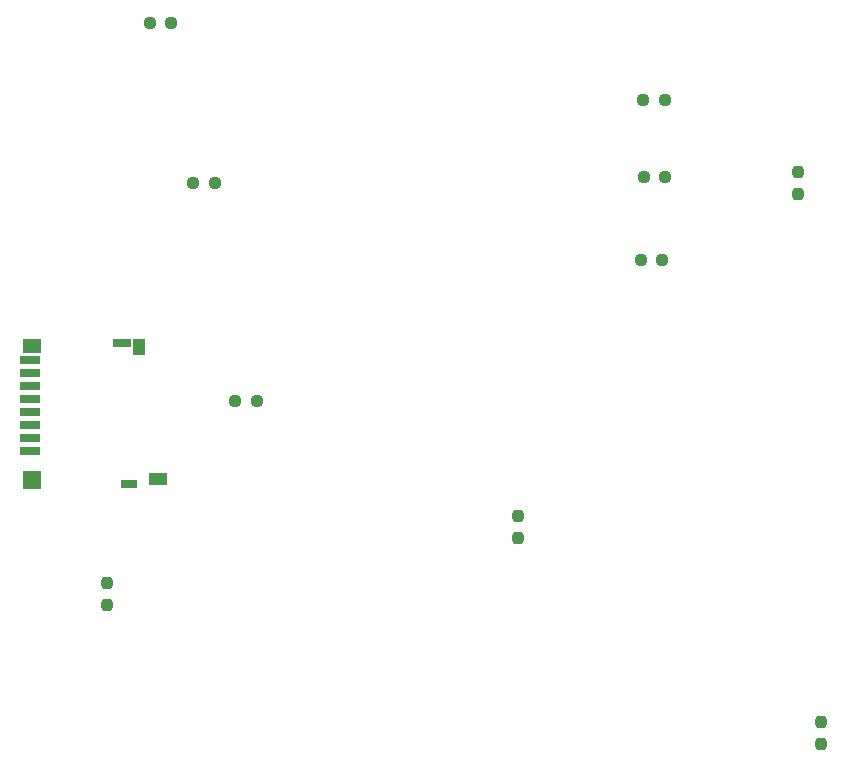
<source format=gbr>
%TF.GenerationSoftware,KiCad,Pcbnew,8.0.6-8.0.6-0~ubuntu24.04.1*%
%TF.CreationDate,2024-11-15T18:56:05-05:00*%
%TF.ProjectId,sweet-p,73776565-742d-4702-9e6b-696361645f70,rev?*%
%TF.SameCoordinates,Original*%
%TF.FileFunction,Paste,Top*%
%TF.FilePolarity,Positive*%
%FSLAX46Y46*%
G04 Gerber Fmt 4.6, Leading zero omitted, Abs format (unit mm)*
G04 Created by KiCad (PCBNEW 8.0.6-8.0.6-0~ubuntu24.04.1) date 2024-11-15 18:56:05*
%MOMM*%
%LPD*%
G01*
G04 APERTURE LIST*
G04 Aperture macros list*
%AMRoundRect*
0 Rectangle with rounded corners*
0 $1 Rounding radius*
0 $2 $3 $4 $5 $6 $7 $8 $9 X,Y pos of 4 corners*
0 Add a 4 corners polygon primitive as box body*
4,1,4,$2,$3,$4,$5,$6,$7,$8,$9,$2,$3,0*
0 Add four circle primitives for the rounded corners*
1,1,$1+$1,$2,$3*
1,1,$1+$1,$4,$5*
1,1,$1+$1,$6,$7*
1,1,$1+$1,$8,$9*
0 Add four rect primitives between the rounded corners*
20,1,$1+$1,$2,$3,$4,$5,0*
20,1,$1+$1,$4,$5,$6,$7,0*
20,1,$1+$1,$6,$7,$8,$9,0*
20,1,$1+$1,$8,$9,$2,$3,0*%
G04 Aperture macros list end*
%ADD10RoundRect,0.237500X-0.237500X0.250000X-0.237500X-0.250000X0.237500X-0.250000X0.237500X0.250000X0*%
%ADD11RoundRect,0.237500X0.237500X-0.250000X0.237500X0.250000X-0.237500X0.250000X-0.237500X-0.250000X0*%
%ADD12R,1.750000X0.700000*%
%ADD13R,1.500000X1.300000*%
%ADD14R,1.500000X0.800000*%
%ADD15R,1.400000X0.800000*%
%ADD16R,1.500000X1.500000*%
%ADD17R,1.550000X1.000000*%
%ADD18R,1.000000X1.450000*%
%ADD19RoundRect,0.237500X0.250000X0.237500X-0.250000X0.237500X-0.250000X-0.237500X0.250000X-0.237500X0*%
%ADD20RoundRect,0.237500X-0.250000X-0.237500X0.250000X-0.237500X0.250000X0.237500X-0.250000X0.237500X0*%
G04 APERTURE END LIST*
D10*
%TO.C,R3*%
X96400000Y-84687500D03*
X96400000Y-86512500D03*
%TD*%
D11*
%TO.C,R14*%
X35950000Y-74722500D03*
X35950000Y-72897500D03*
%TD*%
%TO.C,R20*%
X70810000Y-69065000D03*
X70810000Y-67240000D03*
%TD*%
D12*
%TO.C,J10*%
X29500000Y-61700000D03*
X29500000Y-60600000D03*
X29500000Y-59500000D03*
X29500000Y-58400000D03*
X29500000Y-57300000D03*
X29500000Y-56200000D03*
X29500000Y-55100000D03*
X29500000Y-54000000D03*
D13*
X29625000Y-52800000D03*
D14*
X37225000Y-52550000D03*
D15*
X37875000Y-64500000D03*
D16*
X29625000Y-64150000D03*
D17*
X40300000Y-64100000D03*
D18*
X38725000Y-52875000D03*
%TD*%
D11*
%TO.C,R18*%
X94450000Y-39932500D03*
X94450000Y-38107500D03*
%TD*%
D19*
%TO.C,R1*%
X48642500Y-57500000D03*
X46817500Y-57500000D03*
%TD*%
D20*
%TO.C,R16*%
X43287500Y-39050000D03*
X45112500Y-39050000D03*
%TD*%
%TO.C,R5*%
X81175000Y-45500000D03*
X83000000Y-45500000D03*
%TD*%
%TO.C,R10*%
X81397500Y-32000000D03*
X83222500Y-32000000D03*
%TD*%
%TO.C,R8*%
X39587500Y-25500000D03*
X41412500Y-25500000D03*
%TD*%
%TO.C,R11*%
X81432500Y-38500000D03*
X83257500Y-38500000D03*
%TD*%
M02*

</source>
